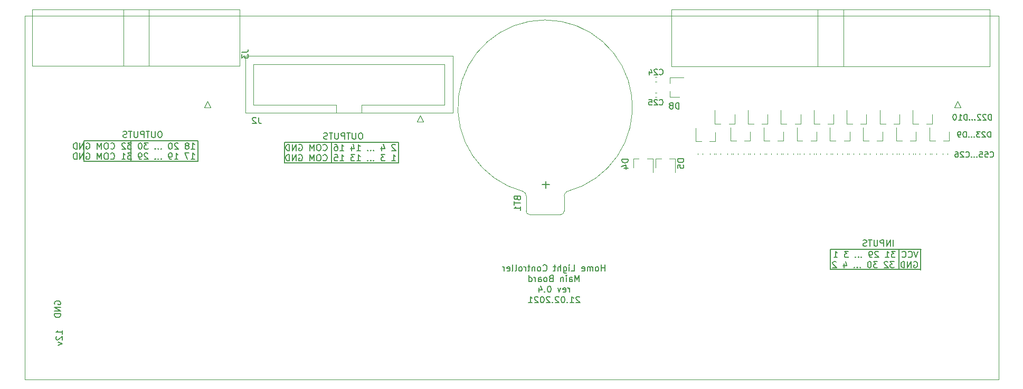
<source format=gbr>
%TF.GenerationSoftware,KiCad,Pcbnew,5.1.9-73d0e3b20d~88~ubuntu20.04.1*%
%TF.CreationDate,2021-03-03T11:33:07+04:00*%
%TF.ProjectId,main_board,6d61696e-5f62-46f6-9172-642e6b696361,rev?*%
%TF.SameCoordinates,Original*%
%TF.FileFunction,Legend,Bot*%
%TF.FilePolarity,Positive*%
%FSLAX46Y46*%
G04 Gerber Fmt 4.6, Leading zero omitted, Abs format (unit mm)*
G04 Created by KiCad (PCBNEW 5.1.9-73d0e3b20d~88~ubuntu20.04.1) date 2021-03-03 11:33:07*
%MOMM*%
%LPD*%
G01*
G04 APERTURE LIST*
%ADD10C,0.200000*%
%ADD11C,0.150000*%
%TA.AperFunction,Profile*%
%ADD12C,0.100000*%
%TD*%
%ADD13C,0.120000*%
G04 APERTURE END LIST*
D10*
X147252857Y-70592380D02*
X147252857Y-69592380D01*
X147252857Y-70068571D02*
X146681428Y-70068571D01*
X146681428Y-70592380D02*
X146681428Y-69592380D01*
X146062380Y-70592380D02*
X146157619Y-70544761D01*
X146205238Y-70497142D01*
X146252857Y-70401904D01*
X146252857Y-70116190D01*
X146205238Y-70020952D01*
X146157619Y-69973333D01*
X146062380Y-69925714D01*
X145919523Y-69925714D01*
X145824285Y-69973333D01*
X145776666Y-70020952D01*
X145729047Y-70116190D01*
X145729047Y-70401904D01*
X145776666Y-70497142D01*
X145824285Y-70544761D01*
X145919523Y-70592380D01*
X146062380Y-70592380D01*
X145300476Y-70592380D02*
X145300476Y-69925714D01*
X145300476Y-70020952D02*
X145252857Y-69973333D01*
X145157619Y-69925714D01*
X145014761Y-69925714D01*
X144919523Y-69973333D01*
X144871904Y-70068571D01*
X144871904Y-70592380D01*
X144871904Y-70068571D02*
X144824285Y-69973333D01*
X144729047Y-69925714D01*
X144586190Y-69925714D01*
X144490952Y-69973333D01*
X144443333Y-70068571D01*
X144443333Y-70592380D01*
X143586190Y-70544761D02*
X143681428Y-70592380D01*
X143871904Y-70592380D01*
X143967142Y-70544761D01*
X144014761Y-70449523D01*
X144014761Y-70068571D01*
X143967142Y-69973333D01*
X143871904Y-69925714D01*
X143681428Y-69925714D01*
X143586190Y-69973333D01*
X143538571Y-70068571D01*
X143538571Y-70163809D01*
X144014761Y-70259047D01*
X141871904Y-70592380D02*
X142348095Y-70592380D01*
X142348095Y-69592380D01*
X141538571Y-70592380D02*
X141538571Y-69925714D01*
X141538571Y-69592380D02*
X141586190Y-69640000D01*
X141538571Y-69687619D01*
X141490952Y-69640000D01*
X141538571Y-69592380D01*
X141538571Y-69687619D01*
X140633809Y-69925714D02*
X140633809Y-70735238D01*
X140681428Y-70830476D01*
X140729047Y-70878095D01*
X140824285Y-70925714D01*
X140967142Y-70925714D01*
X141062380Y-70878095D01*
X140633809Y-70544761D02*
X140729047Y-70592380D01*
X140919523Y-70592380D01*
X141014761Y-70544761D01*
X141062380Y-70497142D01*
X141110000Y-70401904D01*
X141110000Y-70116190D01*
X141062380Y-70020952D01*
X141014761Y-69973333D01*
X140919523Y-69925714D01*
X140729047Y-69925714D01*
X140633809Y-69973333D01*
X140157619Y-70592380D02*
X140157619Y-69592380D01*
X139729047Y-70592380D02*
X139729047Y-70068571D01*
X139776666Y-69973333D01*
X139871904Y-69925714D01*
X140014761Y-69925714D01*
X140110000Y-69973333D01*
X140157619Y-70020952D01*
X139395714Y-69925714D02*
X139014761Y-69925714D01*
X139252857Y-69592380D02*
X139252857Y-70449523D01*
X139205238Y-70544761D01*
X139110000Y-70592380D01*
X139014761Y-70592380D01*
X137348095Y-70497142D02*
X137395714Y-70544761D01*
X137538571Y-70592380D01*
X137633809Y-70592380D01*
X137776666Y-70544761D01*
X137871904Y-70449523D01*
X137919523Y-70354285D01*
X137967142Y-70163809D01*
X137967142Y-70020952D01*
X137919523Y-69830476D01*
X137871904Y-69735238D01*
X137776666Y-69640000D01*
X137633809Y-69592380D01*
X137538571Y-69592380D01*
X137395714Y-69640000D01*
X137348095Y-69687619D01*
X136776666Y-70592380D02*
X136871904Y-70544761D01*
X136919523Y-70497142D01*
X136967142Y-70401904D01*
X136967142Y-70116190D01*
X136919523Y-70020952D01*
X136871904Y-69973333D01*
X136776666Y-69925714D01*
X136633809Y-69925714D01*
X136538571Y-69973333D01*
X136490952Y-70020952D01*
X136443333Y-70116190D01*
X136443333Y-70401904D01*
X136490952Y-70497142D01*
X136538571Y-70544761D01*
X136633809Y-70592380D01*
X136776666Y-70592380D01*
X136014761Y-69925714D02*
X136014761Y-70592380D01*
X136014761Y-70020952D02*
X135967142Y-69973333D01*
X135871904Y-69925714D01*
X135729047Y-69925714D01*
X135633809Y-69973333D01*
X135586190Y-70068571D01*
X135586190Y-70592380D01*
X135252857Y-69925714D02*
X134871904Y-69925714D01*
X135110000Y-69592380D02*
X135110000Y-70449523D01*
X135062380Y-70544761D01*
X134967142Y-70592380D01*
X134871904Y-70592380D01*
X134538571Y-70592380D02*
X134538571Y-69925714D01*
X134538571Y-70116190D02*
X134490952Y-70020952D01*
X134443333Y-69973333D01*
X134348095Y-69925714D01*
X134252857Y-69925714D01*
X133776666Y-70592380D02*
X133871904Y-70544761D01*
X133919523Y-70497142D01*
X133967142Y-70401904D01*
X133967142Y-70116190D01*
X133919523Y-70020952D01*
X133871904Y-69973333D01*
X133776666Y-69925714D01*
X133633809Y-69925714D01*
X133538571Y-69973333D01*
X133490952Y-70020952D01*
X133443333Y-70116190D01*
X133443333Y-70401904D01*
X133490952Y-70497142D01*
X133538571Y-70544761D01*
X133633809Y-70592380D01*
X133776666Y-70592380D01*
X132871904Y-70592380D02*
X132967142Y-70544761D01*
X133014761Y-70449523D01*
X133014761Y-69592380D01*
X132348095Y-70592380D02*
X132443333Y-70544761D01*
X132490952Y-70449523D01*
X132490952Y-69592380D01*
X131586190Y-70544761D02*
X131681428Y-70592380D01*
X131871904Y-70592380D01*
X131967142Y-70544761D01*
X132014761Y-70449523D01*
X132014761Y-70068571D01*
X131967142Y-69973333D01*
X131871904Y-69925714D01*
X131681428Y-69925714D01*
X131586190Y-69973333D01*
X131538571Y-70068571D01*
X131538571Y-70163809D01*
X132014761Y-70259047D01*
X131110000Y-70592380D02*
X131110000Y-69925714D01*
X131110000Y-70116190D02*
X131062380Y-70020952D01*
X131014761Y-69973333D01*
X130919523Y-69925714D01*
X130824285Y-69925714D01*
X143133809Y-72292380D02*
X143133809Y-71292380D01*
X142800476Y-72006666D01*
X142467142Y-71292380D01*
X142467142Y-72292380D01*
X141562380Y-72292380D02*
X141562380Y-71768571D01*
X141610000Y-71673333D01*
X141705238Y-71625714D01*
X141895714Y-71625714D01*
X141990952Y-71673333D01*
X141562380Y-72244761D02*
X141657619Y-72292380D01*
X141895714Y-72292380D01*
X141990952Y-72244761D01*
X142038571Y-72149523D01*
X142038571Y-72054285D01*
X141990952Y-71959047D01*
X141895714Y-71911428D01*
X141657619Y-71911428D01*
X141562380Y-71863809D01*
X141086190Y-72292380D02*
X141086190Y-71625714D01*
X141086190Y-71292380D02*
X141133809Y-71340000D01*
X141086190Y-71387619D01*
X141038571Y-71340000D01*
X141086190Y-71292380D01*
X141086190Y-71387619D01*
X140610000Y-71625714D02*
X140610000Y-72292380D01*
X140610000Y-71720952D02*
X140562380Y-71673333D01*
X140467142Y-71625714D01*
X140324285Y-71625714D01*
X140229047Y-71673333D01*
X140181428Y-71768571D01*
X140181428Y-72292380D01*
X138610000Y-71768571D02*
X138467142Y-71816190D01*
X138419523Y-71863809D01*
X138371904Y-71959047D01*
X138371904Y-72101904D01*
X138419523Y-72197142D01*
X138467142Y-72244761D01*
X138562380Y-72292380D01*
X138943333Y-72292380D01*
X138943333Y-71292380D01*
X138610000Y-71292380D01*
X138514761Y-71340000D01*
X138467142Y-71387619D01*
X138419523Y-71482857D01*
X138419523Y-71578095D01*
X138467142Y-71673333D01*
X138514761Y-71720952D01*
X138610000Y-71768571D01*
X138943333Y-71768571D01*
X137800476Y-72292380D02*
X137895714Y-72244761D01*
X137943333Y-72197142D01*
X137990952Y-72101904D01*
X137990952Y-71816190D01*
X137943333Y-71720952D01*
X137895714Y-71673333D01*
X137800476Y-71625714D01*
X137657619Y-71625714D01*
X137562380Y-71673333D01*
X137514761Y-71720952D01*
X137467142Y-71816190D01*
X137467142Y-72101904D01*
X137514761Y-72197142D01*
X137562380Y-72244761D01*
X137657619Y-72292380D01*
X137800476Y-72292380D01*
X136610000Y-72292380D02*
X136610000Y-71768571D01*
X136657619Y-71673333D01*
X136752857Y-71625714D01*
X136943333Y-71625714D01*
X137038571Y-71673333D01*
X136610000Y-72244761D02*
X136705238Y-72292380D01*
X136943333Y-72292380D01*
X137038571Y-72244761D01*
X137086190Y-72149523D01*
X137086190Y-72054285D01*
X137038571Y-71959047D01*
X136943333Y-71911428D01*
X136705238Y-71911428D01*
X136610000Y-71863809D01*
X136133809Y-72292380D02*
X136133809Y-71625714D01*
X136133809Y-71816190D02*
X136086190Y-71720952D01*
X136038571Y-71673333D01*
X135943333Y-71625714D01*
X135848095Y-71625714D01*
X135086190Y-72292380D02*
X135086190Y-71292380D01*
X135086190Y-72244761D02*
X135181428Y-72292380D01*
X135371904Y-72292380D01*
X135467142Y-72244761D01*
X135514761Y-72197142D01*
X135562380Y-72101904D01*
X135562380Y-71816190D01*
X135514761Y-71720952D01*
X135467142Y-71673333D01*
X135371904Y-71625714D01*
X135181428Y-71625714D01*
X135086190Y-71673333D01*
X141562380Y-73992380D02*
X141562380Y-73325714D01*
X141562380Y-73516190D02*
X141514761Y-73420952D01*
X141467142Y-73373333D01*
X141371904Y-73325714D01*
X141276666Y-73325714D01*
X140562380Y-73944761D02*
X140657619Y-73992380D01*
X140848095Y-73992380D01*
X140943333Y-73944761D01*
X140990952Y-73849523D01*
X140990952Y-73468571D01*
X140943333Y-73373333D01*
X140848095Y-73325714D01*
X140657619Y-73325714D01*
X140562380Y-73373333D01*
X140514761Y-73468571D01*
X140514761Y-73563809D01*
X140990952Y-73659047D01*
X140181428Y-73325714D02*
X139943333Y-73992380D01*
X139705238Y-73325714D01*
X138371904Y-72992380D02*
X138276666Y-72992380D01*
X138181428Y-73040000D01*
X138133809Y-73087619D01*
X138086190Y-73182857D01*
X138038571Y-73373333D01*
X138038571Y-73611428D01*
X138086190Y-73801904D01*
X138133809Y-73897142D01*
X138181428Y-73944761D01*
X138276666Y-73992380D01*
X138371904Y-73992380D01*
X138467142Y-73944761D01*
X138514761Y-73897142D01*
X138562380Y-73801904D01*
X138610000Y-73611428D01*
X138610000Y-73373333D01*
X138562380Y-73182857D01*
X138514761Y-73087619D01*
X138467142Y-73040000D01*
X138371904Y-72992380D01*
X137610000Y-73897142D02*
X137562380Y-73944761D01*
X137610000Y-73992380D01*
X137657619Y-73944761D01*
X137610000Y-73897142D01*
X137610000Y-73992380D01*
X136705238Y-73325714D02*
X136705238Y-73992380D01*
X136943333Y-72944761D02*
X137181428Y-73659047D01*
X136562380Y-73659047D01*
X143205238Y-74787619D02*
X143157619Y-74740000D01*
X143062380Y-74692380D01*
X142824285Y-74692380D01*
X142729047Y-74740000D01*
X142681428Y-74787619D01*
X142633809Y-74882857D01*
X142633809Y-74978095D01*
X142681428Y-75120952D01*
X143252857Y-75692380D01*
X142633809Y-75692380D01*
X141681428Y-75692380D02*
X142252857Y-75692380D01*
X141967142Y-75692380D02*
X141967142Y-74692380D01*
X142062380Y-74835238D01*
X142157619Y-74930476D01*
X142252857Y-74978095D01*
X141252857Y-75597142D02*
X141205238Y-75644761D01*
X141252857Y-75692380D01*
X141300476Y-75644761D01*
X141252857Y-75597142D01*
X141252857Y-75692380D01*
X140586190Y-74692380D02*
X140490952Y-74692380D01*
X140395714Y-74740000D01*
X140348095Y-74787619D01*
X140300476Y-74882857D01*
X140252857Y-75073333D01*
X140252857Y-75311428D01*
X140300476Y-75501904D01*
X140348095Y-75597142D01*
X140395714Y-75644761D01*
X140490952Y-75692380D01*
X140586190Y-75692380D01*
X140681428Y-75644761D01*
X140729047Y-75597142D01*
X140776666Y-75501904D01*
X140824285Y-75311428D01*
X140824285Y-75073333D01*
X140776666Y-74882857D01*
X140729047Y-74787619D01*
X140681428Y-74740000D01*
X140586190Y-74692380D01*
X139871904Y-74787619D02*
X139824285Y-74740000D01*
X139729047Y-74692380D01*
X139490952Y-74692380D01*
X139395714Y-74740000D01*
X139348095Y-74787619D01*
X139300476Y-74882857D01*
X139300476Y-74978095D01*
X139348095Y-75120952D01*
X139919523Y-75692380D01*
X139300476Y-75692380D01*
X138871904Y-75597142D02*
X138824285Y-75644761D01*
X138871904Y-75692380D01*
X138919523Y-75644761D01*
X138871904Y-75597142D01*
X138871904Y-75692380D01*
X138443333Y-74787619D02*
X138395714Y-74740000D01*
X138300476Y-74692380D01*
X138062380Y-74692380D01*
X137967142Y-74740000D01*
X137919523Y-74787619D01*
X137871904Y-74882857D01*
X137871904Y-74978095D01*
X137919523Y-75120952D01*
X138490952Y-75692380D01*
X137871904Y-75692380D01*
X137252857Y-74692380D02*
X137157619Y-74692380D01*
X137062380Y-74740000D01*
X137014761Y-74787619D01*
X136967142Y-74882857D01*
X136919523Y-75073333D01*
X136919523Y-75311428D01*
X136967142Y-75501904D01*
X137014761Y-75597142D01*
X137062380Y-75644761D01*
X137157619Y-75692380D01*
X137252857Y-75692380D01*
X137348095Y-75644761D01*
X137395714Y-75597142D01*
X137443333Y-75501904D01*
X137490952Y-75311428D01*
X137490952Y-75073333D01*
X137443333Y-74882857D01*
X137395714Y-74787619D01*
X137348095Y-74740000D01*
X137252857Y-74692380D01*
X136538571Y-74787619D02*
X136490952Y-74740000D01*
X136395714Y-74692380D01*
X136157619Y-74692380D01*
X136062380Y-74740000D01*
X136014761Y-74787619D01*
X135967142Y-74882857D01*
X135967142Y-74978095D01*
X136014761Y-75120952D01*
X136586190Y-75692380D01*
X135967142Y-75692380D01*
X135014761Y-75692380D02*
X135586190Y-75692380D01*
X135300476Y-75692380D02*
X135300476Y-74692380D01*
X135395714Y-74835238D01*
X135490952Y-74930476D01*
X135586190Y-74978095D01*
D11*
X82010000Y-49680000D02*
X67450000Y-49680000D01*
X82000000Y-49680000D02*
X82000000Y-52970000D01*
X67450000Y-52950000D02*
X81980000Y-52950000D01*
X71220000Y-49680000D02*
X71220000Y-52950000D01*
X67430000Y-49680000D02*
X63730000Y-49680000D01*
X76000952Y-48142380D02*
X75810476Y-48142380D01*
X75715238Y-48190000D01*
X75620000Y-48285238D01*
X75572380Y-48475714D01*
X75572380Y-48809047D01*
X75620000Y-48999523D01*
X75715238Y-49094761D01*
X75810476Y-49142380D01*
X76000952Y-49142380D01*
X76096190Y-49094761D01*
X76191428Y-48999523D01*
X76239047Y-48809047D01*
X76239047Y-48475714D01*
X76191428Y-48285238D01*
X76096190Y-48190000D01*
X76000952Y-48142380D01*
X75143809Y-48142380D02*
X75143809Y-48951904D01*
X75096190Y-49047142D01*
X75048571Y-49094761D01*
X74953333Y-49142380D01*
X74762857Y-49142380D01*
X74667619Y-49094761D01*
X74620000Y-49047142D01*
X74572380Y-48951904D01*
X74572380Y-48142380D01*
X74239047Y-48142380D02*
X73667619Y-48142380D01*
X73953333Y-49142380D02*
X73953333Y-48142380D01*
X73334285Y-49142380D02*
X73334285Y-48142380D01*
X72953333Y-48142380D01*
X72858095Y-48190000D01*
X72810476Y-48237619D01*
X72762857Y-48332857D01*
X72762857Y-48475714D01*
X72810476Y-48570952D01*
X72858095Y-48618571D01*
X72953333Y-48666190D01*
X73334285Y-48666190D01*
X72334285Y-48142380D02*
X72334285Y-48951904D01*
X72286666Y-49047142D01*
X72239047Y-49094761D01*
X72143809Y-49142380D01*
X71953333Y-49142380D01*
X71858095Y-49094761D01*
X71810476Y-49047142D01*
X71762857Y-48951904D01*
X71762857Y-48142380D01*
X71429523Y-48142380D02*
X70858095Y-48142380D01*
X71143809Y-49142380D02*
X71143809Y-48142380D01*
X70572380Y-49094761D02*
X70429523Y-49142380D01*
X70191428Y-49142380D01*
X70096190Y-49094761D01*
X70048571Y-49047142D01*
X70000952Y-48951904D01*
X70000952Y-48856666D01*
X70048571Y-48761428D01*
X70096190Y-48713809D01*
X70191428Y-48666190D01*
X70381904Y-48618571D01*
X70477142Y-48570952D01*
X70524761Y-48523333D01*
X70572380Y-48428095D01*
X70572380Y-48332857D01*
X70524761Y-48237619D01*
X70477142Y-48190000D01*
X70381904Y-48142380D01*
X70143809Y-48142380D01*
X70000952Y-48190000D01*
X63730000Y-49680000D02*
X63730000Y-52950000D01*
X63730000Y-52950000D02*
X67550000Y-52950000D01*
X80900595Y-50997380D02*
X81472023Y-50997380D01*
X81186309Y-50997380D02*
X81186309Y-49997380D01*
X81281547Y-50140238D01*
X81376785Y-50235476D01*
X81472023Y-50283095D01*
X80329166Y-50425952D02*
X80424404Y-50378333D01*
X80472023Y-50330714D01*
X80519642Y-50235476D01*
X80519642Y-50187857D01*
X80472023Y-50092619D01*
X80424404Y-50045000D01*
X80329166Y-49997380D01*
X80138690Y-49997380D01*
X80043452Y-50045000D01*
X79995833Y-50092619D01*
X79948214Y-50187857D01*
X79948214Y-50235476D01*
X79995833Y-50330714D01*
X80043452Y-50378333D01*
X80138690Y-50425952D01*
X80329166Y-50425952D01*
X80424404Y-50473571D01*
X80472023Y-50521190D01*
X80519642Y-50616428D01*
X80519642Y-50806904D01*
X80472023Y-50902142D01*
X80424404Y-50949761D01*
X80329166Y-50997380D01*
X80138690Y-50997380D01*
X80043452Y-50949761D01*
X79995833Y-50902142D01*
X79948214Y-50806904D01*
X79948214Y-50616428D01*
X79995833Y-50521190D01*
X80043452Y-50473571D01*
X80138690Y-50425952D01*
X78805357Y-50092619D02*
X78757738Y-50045000D01*
X78662500Y-49997380D01*
X78424404Y-49997380D01*
X78329166Y-50045000D01*
X78281547Y-50092619D01*
X78233928Y-50187857D01*
X78233928Y-50283095D01*
X78281547Y-50425952D01*
X78852976Y-50997380D01*
X78233928Y-50997380D01*
X77614880Y-49997380D02*
X77519642Y-49997380D01*
X77424404Y-50045000D01*
X77376785Y-50092619D01*
X77329166Y-50187857D01*
X77281547Y-50378333D01*
X77281547Y-50616428D01*
X77329166Y-50806904D01*
X77376785Y-50902142D01*
X77424404Y-50949761D01*
X77519642Y-50997380D01*
X77614880Y-50997380D01*
X77710119Y-50949761D01*
X77757738Y-50902142D01*
X77805357Y-50806904D01*
X77852976Y-50616428D01*
X77852976Y-50378333D01*
X77805357Y-50187857D01*
X77757738Y-50092619D01*
X77710119Y-50045000D01*
X77614880Y-49997380D01*
X76091071Y-50902142D02*
X76043452Y-50949761D01*
X76091071Y-50997380D01*
X76138690Y-50949761D01*
X76091071Y-50902142D01*
X76091071Y-50997380D01*
X75614880Y-50902142D02*
X75567261Y-50949761D01*
X75614880Y-50997380D01*
X75662500Y-50949761D01*
X75614880Y-50902142D01*
X75614880Y-50997380D01*
X75138690Y-50902142D02*
X75091071Y-50949761D01*
X75138690Y-50997380D01*
X75186309Y-50949761D01*
X75138690Y-50902142D01*
X75138690Y-50997380D01*
X73995833Y-49997380D02*
X73376785Y-49997380D01*
X73710119Y-50378333D01*
X73567261Y-50378333D01*
X73472023Y-50425952D01*
X73424404Y-50473571D01*
X73376785Y-50568809D01*
X73376785Y-50806904D01*
X73424404Y-50902142D01*
X73472023Y-50949761D01*
X73567261Y-50997380D01*
X73852976Y-50997380D01*
X73948214Y-50949761D01*
X73995833Y-50902142D01*
X72757738Y-49997380D02*
X72662500Y-49997380D01*
X72567261Y-50045000D01*
X72519642Y-50092619D01*
X72472023Y-50187857D01*
X72424404Y-50378333D01*
X72424404Y-50616428D01*
X72472023Y-50806904D01*
X72519642Y-50902142D01*
X72567261Y-50949761D01*
X72662500Y-50997380D01*
X72757738Y-50997380D01*
X72852976Y-50949761D01*
X72900595Y-50902142D01*
X72948214Y-50806904D01*
X72995833Y-50616428D01*
X72995833Y-50378333D01*
X72948214Y-50187857D01*
X72900595Y-50092619D01*
X72852976Y-50045000D01*
X72757738Y-49997380D01*
X71329166Y-49997380D02*
X70710119Y-49997380D01*
X71043452Y-50378333D01*
X70900595Y-50378333D01*
X70805357Y-50425952D01*
X70757738Y-50473571D01*
X70710119Y-50568809D01*
X70710119Y-50806904D01*
X70757738Y-50902142D01*
X70805357Y-50949761D01*
X70900595Y-50997380D01*
X71186309Y-50997380D01*
X71281547Y-50949761D01*
X71329166Y-50902142D01*
X70329166Y-50092619D02*
X70281547Y-50045000D01*
X70186309Y-49997380D01*
X69948214Y-49997380D01*
X69852976Y-50045000D01*
X69805357Y-50092619D01*
X69757738Y-50187857D01*
X69757738Y-50283095D01*
X69805357Y-50425952D01*
X70376785Y-50997380D01*
X69757738Y-50997380D01*
X67995833Y-50902142D02*
X68043452Y-50949761D01*
X68186309Y-50997380D01*
X68281547Y-50997380D01*
X68424404Y-50949761D01*
X68519642Y-50854523D01*
X68567261Y-50759285D01*
X68614880Y-50568809D01*
X68614880Y-50425952D01*
X68567261Y-50235476D01*
X68519642Y-50140238D01*
X68424404Y-50045000D01*
X68281547Y-49997380D01*
X68186309Y-49997380D01*
X68043452Y-50045000D01*
X67995833Y-50092619D01*
X67376785Y-49997380D02*
X67186309Y-49997380D01*
X67091071Y-50045000D01*
X66995833Y-50140238D01*
X66948214Y-50330714D01*
X66948214Y-50664047D01*
X66995833Y-50854523D01*
X67091071Y-50949761D01*
X67186309Y-50997380D01*
X67376785Y-50997380D01*
X67472023Y-50949761D01*
X67567261Y-50854523D01*
X67614880Y-50664047D01*
X67614880Y-50330714D01*
X67567261Y-50140238D01*
X67472023Y-50045000D01*
X67376785Y-49997380D01*
X66519642Y-50997380D02*
X66519642Y-49997380D01*
X66186309Y-50711666D01*
X65852976Y-49997380D01*
X65852976Y-50997380D01*
X64091071Y-50045000D02*
X64186309Y-49997380D01*
X64329166Y-49997380D01*
X64472023Y-50045000D01*
X64567261Y-50140238D01*
X64614880Y-50235476D01*
X64662500Y-50425952D01*
X64662500Y-50568809D01*
X64614880Y-50759285D01*
X64567261Y-50854523D01*
X64472023Y-50949761D01*
X64329166Y-50997380D01*
X64233928Y-50997380D01*
X64091071Y-50949761D01*
X64043452Y-50902142D01*
X64043452Y-50568809D01*
X64233928Y-50568809D01*
X63614880Y-50997380D02*
X63614880Y-49997380D01*
X63043452Y-50997380D01*
X63043452Y-49997380D01*
X62567261Y-50997380D02*
X62567261Y-49997380D01*
X62329166Y-49997380D01*
X62186309Y-50045000D01*
X62091071Y-50140238D01*
X62043452Y-50235476D01*
X61995833Y-50425952D01*
X61995833Y-50568809D01*
X62043452Y-50759285D01*
X62091071Y-50854523D01*
X62186309Y-50949761D01*
X62329166Y-50997380D01*
X62567261Y-50997380D01*
X80900595Y-52647380D02*
X81472023Y-52647380D01*
X81186309Y-52647380D02*
X81186309Y-51647380D01*
X81281547Y-51790238D01*
X81376785Y-51885476D01*
X81472023Y-51933095D01*
X80567261Y-51647380D02*
X79900595Y-51647380D01*
X80329166Y-52647380D01*
X78233928Y-52647380D02*
X78805357Y-52647380D01*
X78519642Y-52647380D02*
X78519642Y-51647380D01*
X78614880Y-51790238D01*
X78710119Y-51885476D01*
X78805357Y-51933095D01*
X77757738Y-52647380D02*
X77567261Y-52647380D01*
X77472023Y-52599761D01*
X77424404Y-52552142D01*
X77329166Y-52409285D01*
X77281547Y-52218809D01*
X77281547Y-51837857D01*
X77329166Y-51742619D01*
X77376785Y-51695000D01*
X77472023Y-51647380D01*
X77662500Y-51647380D01*
X77757738Y-51695000D01*
X77805357Y-51742619D01*
X77852976Y-51837857D01*
X77852976Y-52075952D01*
X77805357Y-52171190D01*
X77757738Y-52218809D01*
X77662500Y-52266428D01*
X77472023Y-52266428D01*
X77376785Y-52218809D01*
X77329166Y-52171190D01*
X77281547Y-52075952D01*
X76091071Y-52552142D02*
X76043452Y-52599761D01*
X76091071Y-52647380D01*
X76138690Y-52599761D01*
X76091071Y-52552142D01*
X76091071Y-52647380D01*
X75614880Y-52552142D02*
X75567261Y-52599761D01*
X75614880Y-52647380D01*
X75662500Y-52599761D01*
X75614880Y-52552142D01*
X75614880Y-52647380D01*
X75138690Y-52552142D02*
X75091071Y-52599761D01*
X75138690Y-52647380D01*
X75186309Y-52599761D01*
X75138690Y-52552142D01*
X75138690Y-52647380D01*
X73948214Y-51742619D02*
X73900595Y-51695000D01*
X73805357Y-51647380D01*
X73567261Y-51647380D01*
X73472023Y-51695000D01*
X73424404Y-51742619D01*
X73376785Y-51837857D01*
X73376785Y-51933095D01*
X73424404Y-52075952D01*
X73995833Y-52647380D01*
X73376785Y-52647380D01*
X72900595Y-52647380D02*
X72710119Y-52647380D01*
X72614880Y-52599761D01*
X72567261Y-52552142D01*
X72472023Y-52409285D01*
X72424404Y-52218809D01*
X72424404Y-51837857D01*
X72472023Y-51742619D01*
X72519642Y-51695000D01*
X72614880Y-51647380D01*
X72805357Y-51647380D01*
X72900595Y-51695000D01*
X72948214Y-51742619D01*
X72995833Y-51837857D01*
X72995833Y-52075952D01*
X72948214Y-52171190D01*
X72900595Y-52218809D01*
X72805357Y-52266428D01*
X72614880Y-52266428D01*
X72519642Y-52218809D01*
X72472023Y-52171190D01*
X72424404Y-52075952D01*
X71329166Y-51647380D02*
X70710119Y-51647380D01*
X71043452Y-52028333D01*
X70900595Y-52028333D01*
X70805357Y-52075952D01*
X70757738Y-52123571D01*
X70710119Y-52218809D01*
X70710119Y-52456904D01*
X70757738Y-52552142D01*
X70805357Y-52599761D01*
X70900595Y-52647380D01*
X71186309Y-52647380D01*
X71281547Y-52599761D01*
X71329166Y-52552142D01*
X69757738Y-52647380D02*
X70329166Y-52647380D01*
X70043452Y-52647380D02*
X70043452Y-51647380D01*
X70138690Y-51790238D01*
X70233928Y-51885476D01*
X70329166Y-51933095D01*
X67995833Y-52552142D02*
X68043452Y-52599761D01*
X68186309Y-52647380D01*
X68281547Y-52647380D01*
X68424404Y-52599761D01*
X68519642Y-52504523D01*
X68567261Y-52409285D01*
X68614880Y-52218809D01*
X68614880Y-52075952D01*
X68567261Y-51885476D01*
X68519642Y-51790238D01*
X68424404Y-51695000D01*
X68281547Y-51647380D01*
X68186309Y-51647380D01*
X68043452Y-51695000D01*
X67995833Y-51742619D01*
X67376785Y-51647380D02*
X67186309Y-51647380D01*
X67091071Y-51695000D01*
X66995833Y-51790238D01*
X66948214Y-51980714D01*
X66948214Y-52314047D01*
X66995833Y-52504523D01*
X67091071Y-52599761D01*
X67186309Y-52647380D01*
X67376785Y-52647380D01*
X67472023Y-52599761D01*
X67567261Y-52504523D01*
X67614880Y-52314047D01*
X67614880Y-51980714D01*
X67567261Y-51790238D01*
X67472023Y-51695000D01*
X67376785Y-51647380D01*
X66519642Y-52647380D02*
X66519642Y-51647380D01*
X66186309Y-52361666D01*
X65852976Y-51647380D01*
X65852976Y-52647380D01*
X64091071Y-51695000D02*
X64186309Y-51647380D01*
X64329166Y-51647380D01*
X64472023Y-51695000D01*
X64567261Y-51790238D01*
X64614880Y-51885476D01*
X64662500Y-52075952D01*
X64662500Y-52218809D01*
X64614880Y-52409285D01*
X64567261Y-52504523D01*
X64472023Y-52599761D01*
X64329166Y-52647380D01*
X64233928Y-52647380D01*
X64091071Y-52599761D01*
X64043452Y-52552142D01*
X64043452Y-52218809D01*
X64233928Y-52218809D01*
X63614880Y-52647380D02*
X63614880Y-51647380D01*
X63043452Y-52647380D01*
X63043452Y-51647380D01*
X62567261Y-52647380D02*
X62567261Y-51647380D01*
X62329166Y-51647380D01*
X62186309Y-51695000D01*
X62091071Y-51790238D01*
X62043452Y-51885476D01*
X61995833Y-52075952D01*
X61995833Y-52218809D01*
X62043452Y-52409285D01*
X62091071Y-52504523D01*
X62186309Y-52599761D01*
X62329166Y-52647380D01*
X62567261Y-52647380D01*
X95910000Y-53200000D02*
X99730000Y-53200000D01*
X95910000Y-49930000D02*
X95910000Y-53200000D01*
X99610000Y-49930000D02*
X95910000Y-49930000D01*
X114180000Y-49930000D02*
X114180000Y-53220000D01*
X99630000Y-53200000D02*
X114160000Y-53200000D01*
X103400000Y-49930000D02*
X103400000Y-53200000D01*
X113652023Y-50342619D02*
X113604404Y-50295000D01*
X113509166Y-50247380D01*
X113271071Y-50247380D01*
X113175833Y-50295000D01*
X113128214Y-50342619D01*
X113080595Y-50437857D01*
X113080595Y-50533095D01*
X113128214Y-50675952D01*
X113699642Y-51247380D01*
X113080595Y-51247380D01*
X111461547Y-50580714D02*
X111461547Y-51247380D01*
X111699642Y-50199761D02*
X111937738Y-50914047D01*
X111318690Y-50914047D01*
X110175833Y-51152142D02*
X110128214Y-51199761D01*
X110175833Y-51247380D01*
X110223452Y-51199761D01*
X110175833Y-51152142D01*
X110175833Y-51247380D01*
X109699642Y-51152142D02*
X109652023Y-51199761D01*
X109699642Y-51247380D01*
X109747261Y-51199761D01*
X109699642Y-51152142D01*
X109699642Y-51247380D01*
X109223452Y-51152142D02*
X109175833Y-51199761D01*
X109223452Y-51247380D01*
X109271071Y-51199761D01*
X109223452Y-51152142D01*
X109223452Y-51247380D01*
X107461547Y-51247380D02*
X108032976Y-51247380D01*
X107747261Y-51247380D02*
X107747261Y-50247380D01*
X107842500Y-50390238D01*
X107937738Y-50485476D01*
X108032976Y-50533095D01*
X106604404Y-50580714D02*
X106604404Y-51247380D01*
X106842500Y-50199761D02*
X107080595Y-50914047D01*
X106461547Y-50914047D01*
X104794880Y-51247380D02*
X105366309Y-51247380D01*
X105080595Y-51247380D02*
X105080595Y-50247380D01*
X105175833Y-50390238D01*
X105271071Y-50485476D01*
X105366309Y-50533095D01*
X103937738Y-50247380D02*
X104128214Y-50247380D01*
X104223452Y-50295000D01*
X104271071Y-50342619D01*
X104366309Y-50485476D01*
X104413928Y-50675952D01*
X104413928Y-51056904D01*
X104366309Y-51152142D01*
X104318690Y-51199761D01*
X104223452Y-51247380D01*
X104032976Y-51247380D01*
X103937738Y-51199761D01*
X103890119Y-51152142D01*
X103842500Y-51056904D01*
X103842500Y-50818809D01*
X103890119Y-50723571D01*
X103937738Y-50675952D01*
X104032976Y-50628333D01*
X104223452Y-50628333D01*
X104318690Y-50675952D01*
X104366309Y-50723571D01*
X104413928Y-50818809D01*
X102080595Y-51152142D02*
X102128214Y-51199761D01*
X102271071Y-51247380D01*
X102366309Y-51247380D01*
X102509166Y-51199761D01*
X102604404Y-51104523D01*
X102652023Y-51009285D01*
X102699642Y-50818809D01*
X102699642Y-50675952D01*
X102652023Y-50485476D01*
X102604404Y-50390238D01*
X102509166Y-50295000D01*
X102366309Y-50247380D01*
X102271071Y-50247380D01*
X102128214Y-50295000D01*
X102080595Y-50342619D01*
X101461547Y-50247380D02*
X101271071Y-50247380D01*
X101175833Y-50295000D01*
X101080595Y-50390238D01*
X101032976Y-50580714D01*
X101032976Y-50914047D01*
X101080595Y-51104523D01*
X101175833Y-51199761D01*
X101271071Y-51247380D01*
X101461547Y-51247380D01*
X101556785Y-51199761D01*
X101652023Y-51104523D01*
X101699642Y-50914047D01*
X101699642Y-50580714D01*
X101652023Y-50390238D01*
X101556785Y-50295000D01*
X101461547Y-50247380D01*
X100604404Y-51247380D02*
X100604404Y-50247380D01*
X100271071Y-50961666D01*
X99937738Y-50247380D01*
X99937738Y-51247380D01*
X98175833Y-50295000D02*
X98271071Y-50247380D01*
X98413928Y-50247380D01*
X98556785Y-50295000D01*
X98652023Y-50390238D01*
X98699642Y-50485476D01*
X98747261Y-50675952D01*
X98747261Y-50818809D01*
X98699642Y-51009285D01*
X98652023Y-51104523D01*
X98556785Y-51199761D01*
X98413928Y-51247380D01*
X98318690Y-51247380D01*
X98175833Y-51199761D01*
X98128214Y-51152142D01*
X98128214Y-50818809D01*
X98318690Y-50818809D01*
X97699642Y-51247380D02*
X97699642Y-50247380D01*
X97128214Y-51247380D01*
X97128214Y-50247380D01*
X96652023Y-51247380D02*
X96652023Y-50247380D01*
X96413928Y-50247380D01*
X96271071Y-50295000D01*
X96175833Y-50390238D01*
X96128214Y-50485476D01*
X96080595Y-50675952D01*
X96080595Y-50818809D01*
X96128214Y-51009285D01*
X96175833Y-51104523D01*
X96271071Y-51199761D01*
X96413928Y-51247380D01*
X96652023Y-51247380D01*
X113080595Y-52897380D02*
X113652023Y-52897380D01*
X113366309Y-52897380D02*
X113366309Y-51897380D01*
X113461547Y-52040238D01*
X113556785Y-52135476D01*
X113652023Y-52183095D01*
X111985357Y-51897380D02*
X111366309Y-51897380D01*
X111699642Y-52278333D01*
X111556785Y-52278333D01*
X111461547Y-52325952D01*
X111413928Y-52373571D01*
X111366309Y-52468809D01*
X111366309Y-52706904D01*
X111413928Y-52802142D01*
X111461547Y-52849761D01*
X111556785Y-52897380D01*
X111842500Y-52897380D01*
X111937738Y-52849761D01*
X111985357Y-52802142D01*
X110175833Y-52802142D02*
X110128214Y-52849761D01*
X110175833Y-52897380D01*
X110223452Y-52849761D01*
X110175833Y-52802142D01*
X110175833Y-52897380D01*
X109699642Y-52802142D02*
X109652023Y-52849761D01*
X109699642Y-52897380D01*
X109747261Y-52849761D01*
X109699642Y-52802142D01*
X109699642Y-52897380D01*
X109223452Y-52802142D02*
X109175833Y-52849761D01*
X109223452Y-52897380D01*
X109271071Y-52849761D01*
X109223452Y-52802142D01*
X109223452Y-52897380D01*
X107461547Y-52897380D02*
X108032976Y-52897380D01*
X107747261Y-52897380D02*
X107747261Y-51897380D01*
X107842500Y-52040238D01*
X107937738Y-52135476D01*
X108032976Y-52183095D01*
X107128214Y-51897380D02*
X106509166Y-51897380D01*
X106842500Y-52278333D01*
X106699642Y-52278333D01*
X106604404Y-52325952D01*
X106556785Y-52373571D01*
X106509166Y-52468809D01*
X106509166Y-52706904D01*
X106556785Y-52802142D01*
X106604404Y-52849761D01*
X106699642Y-52897380D01*
X106985357Y-52897380D01*
X107080595Y-52849761D01*
X107128214Y-52802142D01*
X104794880Y-52897380D02*
X105366309Y-52897380D01*
X105080595Y-52897380D02*
X105080595Y-51897380D01*
X105175833Y-52040238D01*
X105271071Y-52135476D01*
X105366309Y-52183095D01*
X103890119Y-51897380D02*
X104366309Y-51897380D01*
X104413928Y-52373571D01*
X104366309Y-52325952D01*
X104271071Y-52278333D01*
X104032976Y-52278333D01*
X103937738Y-52325952D01*
X103890119Y-52373571D01*
X103842500Y-52468809D01*
X103842500Y-52706904D01*
X103890119Y-52802142D01*
X103937738Y-52849761D01*
X104032976Y-52897380D01*
X104271071Y-52897380D01*
X104366309Y-52849761D01*
X104413928Y-52802142D01*
X102080595Y-52802142D02*
X102128214Y-52849761D01*
X102271071Y-52897380D01*
X102366309Y-52897380D01*
X102509166Y-52849761D01*
X102604404Y-52754523D01*
X102652023Y-52659285D01*
X102699642Y-52468809D01*
X102699642Y-52325952D01*
X102652023Y-52135476D01*
X102604404Y-52040238D01*
X102509166Y-51945000D01*
X102366309Y-51897380D01*
X102271071Y-51897380D01*
X102128214Y-51945000D01*
X102080595Y-51992619D01*
X101461547Y-51897380D02*
X101271071Y-51897380D01*
X101175833Y-51945000D01*
X101080595Y-52040238D01*
X101032976Y-52230714D01*
X101032976Y-52564047D01*
X101080595Y-52754523D01*
X101175833Y-52849761D01*
X101271071Y-52897380D01*
X101461547Y-52897380D01*
X101556785Y-52849761D01*
X101652023Y-52754523D01*
X101699642Y-52564047D01*
X101699642Y-52230714D01*
X101652023Y-52040238D01*
X101556785Y-51945000D01*
X101461547Y-51897380D01*
X100604404Y-52897380D02*
X100604404Y-51897380D01*
X100271071Y-52611666D01*
X99937738Y-51897380D01*
X99937738Y-52897380D01*
X98175833Y-51945000D02*
X98271071Y-51897380D01*
X98413928Y-51897380D01*
X98556785Y-51945000D01*
X98652023Y-52040238D01*
X98699642Y-52135476D01*
X98747261Y-52325952D01*
X98747261Y-52468809D01*
X98699642Y-52659285D01*
X98652023Y-52754523D01*
X98556785Y-52849761D01*
X98413928Y-52897380D01*
X98318690Y-52897380D01*
X98175833Y-52849761D01*
X98128214Y-52802142D01*
X98128214Y-52468809D01*
X98318690Y-52468809D01*
X97699642Y-52897380D02*
X97699642Y-51897380D01*
X97128214Y-52897380D01*
X97128214Y-51897380D01*
X96652023Y-52897380D02*
X96652023Y-51897380D01*
X96413928Y-51897380D01*
X96271071Y-51945000D01*
X96175833Y-52040238D01*
X96128214Y-52135476D01*
X96080595Y-52325952D01*
X96080595Y-52468809D01*
X96128214Y-52659285D01*
X96175833Y-52754523D01*
X96271071Y-52849761D01*
X96413928Y-52897380D01*
X96652023Y-52897380D01*
X114190000Y-49930000D02*
X99630000Y-49930000D01*
X108180952Y-48392380D02*
X107990476Y-48392380D01*
X107895238Y-48440000D01*
X107800000Y-48535238D01*
X107752380Y-48725714D01*
X107752380Y-49059047D01*
X107800000Y-49249523D01*
X107895238Y-49344761D01*
X107990476Y-49392380D01*
X108180952Y-49392380D01*
X108276190Y-49344761D01*
X108371428Y-49249523D01*
X108419047Y-49059047D01*
X108419047Y-48725714D01*
X108371428Y-48535238D01*
X108276190Y-48440000D01*
X108180952Y-48392380D01*
X107323809Y-48392380D02*
X107323809Y-49201904D01*
X107276190Y-49297142D01*
X107228571Y-49344761D01*
X107133333Y-49392380D01*
X106942857Y-49392380D01*
X106847619Y-49344761D01*
X106800000Y-49297142D01*
X106752380Y-49201904D01*
X106752380Y-48392380D01*
X106419047Y-48392380D02*
X105847619Y-48392380D01*
X106133333Y-49392380D02*
X106133333Y-48392380D01*
X105514285Y-49392380D02*
X105514285Y-48392380D01*
X105133333Y-48392380D01*
X105038095Y-48440000D01*
X104990476Y-48487619D01*
X104942857Y-48582857D01*
X104942857Y-48725714D01*
X104990476Y-48820952D01*
X105038095Y-48868571D01*
X105133333Y-48916190D01*
X105514285Y-48916190D01*
X104514285Y-48392380D02*
X104514285Y-49201904D01*
X104466666Y-49297142D01*
X104419047Y-49344761D01*
X104323809Y-49392380D01*
X104133333Y-49392380D01*
X104038095Y-49344761D01*
X103990476Y-49297142D01*
X103942857Y-49201904D01*
X103942857Y-48392380D01*
X103609523Y-48392380D02*
X103038095Y-48392380D01*
X103323809Y-49392380D02*
X103323809Y-48392380D01*
X102752380Y-49344761D02*
X102609523Y-49392380D01*
X102371428Y-49392380D01*
X102276190Y-49344761D01*
X102228571Y-49297142D01*
X102180952Y-49201904D01*
X102180952Y-49106666D01*
X102228571Y-49011428D01*
X102276190Y-48963809D01*
X102371428Y-48916190D01*
X102561904Y-48868571D01*
X102657142Y-48820952D01*
X102704761Y-48773333D01*
X102752380Y-48678095D01*
X102752380Y-48582857D01*
X102704761Y-48487619D01*
X102657142Y-48440000D01*
X102561904Y-48392380D01*
X102323809Y-48392380D01*
X102180952Y-48440000D01*
X193514761Y-66592380D02*
X193514761Y-65592380D01*
X193038571Y-66592380D02*
X193038571Y-65592380D01*
X192467142Y-66592380D01*
X192467142Y-65592380D01*
X191990952Y-66592380D02*
X191990952Y-65592380D01*
X191610000Y-65592380D01*
X191514761Y-65640000D01*
X191467142Y-65687619D01*
X191419523Y-65782857D01*
X191419523Y-65925714D01*
X191467142Y-66020952D01*
X191514761Y-66068571D01*
X191610000Y-66116190D01*
X191990952Y-66116190D01*
X190990952Y-65592380D02*
X190990952Y-66401904D01*
X190943333Y-66497142D01*
X190895714Y-66544761D01*
X190800476Y-66592380D01*
X190610000Y-66592380D01*
X190514761Y-66544761D01*
X190467142Y-66497142D01*
X190419523Y-66401904D01*
X190419523Y-65592380D01*
X190086190Y-65592380D02*
X189514761Y-65592380D01*
X189800476Y-66592380D02*
X189800476Y-65592380D01*
X189229047Y-66544761D02*
X189086190Y-66592380D01*
X188848095Y-66592380D01*
X188752857Y-66544761D01*
X188705238Y-66497142D01*
X188657619Y-66401904D01*
X188657619Y-66306666D01*
X188705238Y-66211428D01*
X188752857Y-66163809D01*
X188848095Y-66116190D01*
X189038571Y-66068571D01*
X189133809Y-66020952D01*
X189181428Y-65973333D01*
X189229047Y-65878095D01*
X189229047Y-65782857D01*
X189181428Y-65687619D01*
X189133809Y-65640000D01*
X189038571Y-65592380D01*
X188800476Y-65592380D01*
X188657619Y-65640000D01*
X194460000Y-67080000D02*
X194460000Y-70340000D01*
X197940000Y-67090000D02*
X197940000Y-70380000D01*
X183390000Y-70360000D02*
X197920000Y-70360000D01*
X183390000Y-67090000D02*
X183390000Y-70360000D01*
X197950000Y-67090000D02*
X183390000Y-67090000D01*
X197507261Y-67407380D02*
X197173928Y-68407380D01*
X196840595Y-67407380D01*
X195935833Y-68312142D02*
X195983452Y-68359761D01*
X196126309Y-68407380D01*
X196221547Y-68407380D01*
X196364404Y-68359761D01*
X196459642Y-68264523D01*
X196507261Y-68169285D01*
X196554880Y-67978809D01*
X196554880Y-67835952D01*
X196507261Y-67645476D01*
X196459642Y-67550238D01*
X196364404Y-67455000D01*
X196221547Y-67407380D01*
X196126309Y-67407380D01*
X195983452Y-67455000D01*
X195935833Y-67502619D01*
X194935833Y-68312142D02*
X194983452Y-68359761D01*
X195126309Y-68407380D01*
X195221547Y-68407380D01*
X195364404Y-68359761D01*
X195459642Y-68264523D01*
X195507261Y-68169285D01*
X195554880Y-67978809D01*
X195554880Y-67835952D01*
X195507261Y-67645476D01*
X195459642Y-67550238D01*
X195364404Y-67455000D01*
X195221547Y-67407380D01*
X195126309Y-67407380D01*
X194983452Y-67455000D01*
X194935833Y-67502619D01*
X193840595Y-67407380D02*
X193221547Y-67407380D01*
X193554880Y-67788333D01*
X193412023Y-67788333D01*
X193316785Y-67835952D01*
X193269166Y-67883571D01*
X193221547Y-67978809D01*
X193221547Y-68216904D01*
X193269166Y-68312142D01*
X193316785Y-68359761D01*
X193412023Y-68407380D01*
X193697738Y-68407380D01*
X193792976Y-68359761D01*
X193840595Y-68312142D01*
X192269166Y-68407380D02*
X192840595Y-68407380D01*
X192554880Y-68407380D02*
X192554880Y-67407380D01*
X192650119Y-67550238D01*
X192745357Y-67645476D01*
X192840595Y-67693095D01*
X191126309Y-67502619D02*
X191078690Y-67455000D01*
X190983452Y-67407380D01*
X190745357Y-67407380D01*
X190650119Y-67455000D01*
X190602500Y-67502619D01*
X190554880Y-67597857D01*
X190554880Y-67693095D01*
X190602500Y-67835952D01*
X191173928Y-68407380D01*
X190554880Y-68407380D01*
X190078690Y-68407380D02*
X189888214Y-68407380D01*
X189792976Y-68359761D01*
X189745357Y-68312142D01*
X189650119Y-68169285D01*
X189602500Y-67978809D01*
X189602500Y-67597857D01*
X189650119Y-67502619D01*
X189697738Y-67455000D01*
X189792976Y-67407380D01*
X189983452Y-67407380D01*
X190078690Y-67455000D01*
X190126309Y-67502619D01*
X190173928Y-67597857D01*
X190173928Y-67835952D01*
X190126309Y-67931190D01*
X190078690Y-67978809D01*
X189983452Y-68026428D01*
X189792976Y-68026428D01*
X189697738Y-67978809D01*
X189650119Y-67931190D01*
X189602500Y-67835952D01*
X188412023Y-68312142D02*
X188364404Y-68359761D01*
X188412023Y-68407380D01*
X188459642Y-68359761D01*
X188412023Y-68312142D01*
X188412023Y-68407380D01*
X187935833Y-68312142D02*
X187888214Y-68359761D01*
X187935833Y-68407380D01*
X187983452Y-68359761D01*
X187935833Y-68312142D01*
X187935833Y-68407380D01*
X187459642Y-68312142D02*
X187412023Y-68359761D01*
X187459642Y-68407380D01*
X187507261Y-68359761D01*
X187459642Y-68312142D01*
X187459642Y-68407380D01*
X186316785Y-67407380D02*
X185697738Y-67407380D01*
X186031071Y-67788333D01*
X185888214Y-67788333D01*
X185792976Y-67835952D01*
X185745357Y-67883571D01*
X185697738Y-67978809D01*
X185697738Y-68216904D01*
X185745357Y-68312142D01*
X185792976Y-68359761D01*
X185888214Y-68407380D01*
X186173928Y-68407380D01*
X186269166Y-68359761D01*
X186316785Y-68312142D01*
X183983452Y-68407380D02*
X184554880Y-68407380D01*
X184269166Y-68407380D02*
X184269166Y-67407380D01*
X184364404Y-67550238D01*
X184459642Y-67645476D01*
X184554880Y-67693095D01*
X196840595Y-69105000D02*
X196935833Y-69057380D01*
X197078690Y-69057380D01*
X197221547Y-69105000D01*
X197316785Y-69200238D01*
X197364404Y-69295476D01*
X197412023Y-69485952D01*
X197412023Y-69628809D01*
X197364404Y-69819285D01*
X197316785Y-69914523D01*
X197221547Y-70009761D01*
X197078690Y-70057380D01*
X196983452Y-70057380D01*
X196840595Y-70009761D01*
X196792976Y-69962142D01*
X196792976Y-69628809D01*
X196983452Y-69628809D01*
X196364404Y-70057380D02*
X196364404Y-69057380D01*
X195792976Y-70057380D01*
X195792976Y-69057380D01*
X195316785Y-70057380D02*
X195316785Y-69057380D01*
X195078690Y-69057380D01*
X194935833Y-69105000D01*
X194840595Y-69200238D01*
X194792976Y-69295476D01*
X194745357Y-69485952D01*
X194745357Y-69628809D01*
X194792976Y-69819285D01*
X194840595Y-69914523D01*
X194935833Y-70009761D01*
X195078690Y-70057380D01*
X195316785Y-70057380D01*
X193650119Y-69057380D02*
X193031071Y-69057380D01*
X193364404Y-69438333D01*
X193221547Y-69438333D01*
X193126309Y-69485952D01*
X193078690Y-69533571D01*
X193031071Y-69628809D01*
X193031071Y-69866904D01*
X193078690Y-69962142D01*
X193126309Y-70009761D01*
X193221547Y-70057380D01*
X193507261Y-70057380D01*
X193602500Y-70009761D01*
X193650119Y-69962142D01*
X192650119Y-69152619D02*
X192602500Y-69105000D01*
X192507261Y-69057380D01*
X192269166Y-69057380D01*
X192173928Y-69105000D01*
X192126309Y-69152619D01*
X192078690Y-69247857D01*
X192078690Y-69343095D01*
X192126309Y-69485952D01*
X192697738Y-70057380D01*
X192078690Y-70057380D01*
X190983452Y-69057380D02*
X190364404Y-69057380D01*
X190697738Y-69438333D01*
X190554880Y-69438333D01*
X190459642Y-69485952D01*
X190412023Y-69533571D01*
X190364404Y-69628809D01*
X190364404Y-69866904D01*
X190412023Y-69962142D01*
X190459642Y-70009761D01*
X190554880Y-70057380D01*
X190840595Y-70057380D01*
X190935833Y-70009761D01*
X190983452Y-69962142D01*
X189745357Y-69057380D02*
X189650119Y-69057380D01*
X189554880Y-69105000D01*
X189507261Y-69152619D01*
X189459642Y-69247857D01*
X189412023Y-69438333D01*
X189412023Y-69676428D01*
X189459642Y-69866904D01*
X189507261Y-69962142D01*
X189554880Y-70009761D01*
X189650119Y-70057380D01*
X189745357Y-70057380D01*
X189840595Y-70009761D01*
X189888214Y-69962142D01*
X189935833Y-69866904D01*
X189983452Y-69676428D01*
X189983452Y-69438333D01*
X189935833Y-69247857D01*
X189888214Y-69152619D01*
X189840595Y-69105000D01*
X189745357Y-69057380D01*
X188221547Y-69962142D02*
X188173928Y-70009761D01*
X188221547Y-70057380D01*
X188269166Y-70009761D01*
X188221547Y-69962142D01*
X188221547Y-70057380D01*
X187745357Y-69962142D02*
X187697738Y-70009761D01*
X187745357Y-70057380D01*
X187792976Y-70009761D01*
X187745357Y-69962142D01*
X187745357Y-70057380D01*
X187269166Y-69962142D02*
X187221547Y-70009761D01*
X187269166Y-70057380D01*
X187316785Y-70009761D01*
X187269166Y-69962142D01*
X187269166Y-70057380D01*
X185602500Y-69390714D02*
X185602500Y-70057380D01*
X185840595Y-69009761D02*
X186078690Y-69724047D01*
X185459642Y-69724047D01*
X184364404Y-69152619D02*
X184316785Y-69105000D01*
X184221547Y-69057380D01*
X183983452Y-69057380D01*
X183888214Y-69105000D01*
X183840595Y-69152619D01*
X183792976Y-69247857D01*
X183792976Y-69343095D01*
X183840595Y-69485952D01*
X184412023Y-70057380D01*
X183792976Y-70057380D01*
X209048571Y-52231428D02*
X209091428Y-52274285D01*
X209220000Y-52317142D01*
X209305714Y-52317142D01*
X209434285Y-52274285D01*
X209520000Y-52188571D01*
X209562857Y-52102857D01*
X209605714Y-51931428D01*
X209605714Y-51802857D01*
X209562857Y-51631428D01*
X209520000Y-51545714D01*
X209434285Y-51460000D01*
X209305714Y-51417142D01*
X209220000Y-51417142D01*
X209091428Y-51460000D01*
X209048571Y-51502857D01*
X208234285Y-51417142D02*
X208662857Y-51417142D01*
X208705714Y-51845714D01*
X208662857Y-51802857D01*
X208577142Y-51760000D01*
X208362857Y-51760000D01*
X208277142Y-51802857D01*
X208234285Y-51845714D01*
X208191428Y-51931428D01*
X208191428Y-52145714D01*
X208234285Y-52231428D01*
X208277142Y-52274285D01*
X208362857Y-52317142D01*
X208577142Y-52317142D01*
X208662857Y-52274285D01*
X208705714Y-52231428D01*
X207377142Y-51417142D02*
X207805714Y-51417142D01*
X207848571Y-51845714D01*
X207805714Y-51802857D01*
X207720000Y-51760000D01*
X207505714Y-51760000D01*
X207420000Y-51802857D01*
X207377142Y-51845714D01*
X207334285Y-51931428D01*
X207334285Y-52145714D01*
X207377142Y-52231428D01*
X207420000Y-52274285D01*
X207505714Y-52317142D01*
X207720000Y-52317142D01*
X207805714Y-52274285D01*
X207848571Y-52231428D01*
X206948571Y-52231428D02*
X206905714Y-52274285D01*
X206948571Y-52317142D01*
X206991428Y-52274285D01*
X206948571Y-52231428D01*
X206948571Y-52317142D01*
X206520000Y-52231428D02*
X206477142Y-52274285D01*
X206520000Y-52317142D01*
X206562857Y-52274285D01*
X206520000Y-52231428D01*
X206520000Y-52317142D01*
X206091428Y-52231428D02*
X206048571Y-52274285D01*
X206091428Y-52317142D01*
X206134285Y-52274285D01*
X206091428Y-52231428D01*
X206091428Y-52317142D01*
X205148571Y-52231428D02*
X205191428Y-52274285D01*
X205320000Y-52317142D01*
X205405714Y-52317142D01*
X205534285Y-52274285D01*
X205620000Y-52188571D01*
X205662857Y-52102857D01*
X205705714Y-51931428D01*
X205705714Y-51802857D01*
X205662857Y-51631428D01*
X205620000Y-51545714D01*
X205534285Y-51460000D01*
X205405714Y-51417142D01*
X205320000Y-51417142D01*
X205191428Y-51460000D01*
X205148571Y-51502857D01*
X204805714Y-51502857D02*
X204762857Y-51460000D01*
X204677142Y-51417142D01*
X204462857Y-51417142D01*
X204377142Y-51460000D01*
X204334285Y-51502857D01*
X204291428Y-51588571D01*
X204291428Y-51674285D01*
X204334285Y-51802857D01*
X204848571Y-52317142D01*
X204291428Y-52317142D01*
X203520000Y-51417142D02*
X203691428Y-51417142D01*
X203777142Y-51460000D01*
X203820000Y-51502857D01*
X203905714Y-51631428D01*
X203948571Y-51802857D01*
X203948571Y-52145714D01*
X203905714Y-52231428D01*
X203862857Y-52274285D01*
X203777142Y-52317142D01*
X203605714Y-52317142D01*
X203520000Y-52274285D01*
X203477142Y-52231428D01*
X203434285Y-52145714D01*
X203434285Y-51931428D01*
X203477142Y-51845714D01*
X203520000Y-51802857D01*
X203605714Y-51760000D01*
X203777142Y-51760000D01*
X203862857Y-51802857D01*
X203905714Y-51845714D01*
X203948571Y-51931428D01*
X209124285Y-49097142D02*
X209124285Y-48197142D01*
X208910000Y-48197142D01*
X208781428Y-48240000D01*
X208695714Y-48325714D01*
X208652857Y-48411428D01*
X208610000Y-48582857D01*
X208610000Y-48711428D01*
X208652857Y-48882857D01*
X208695714Y-48968571D01*
X208781428Y-49054285D01*
X208910000Y-49097142D01*
X209124285Y-49097142D01*
X208267142Y-48282857D02*
X208224285Y-48240000D01*
X208138571Y-48197142D01*
X207924285Y-48197142D01*
X207838571Y-48240000D01*
X207795714Y-48282857D01*
X207752857Y-48368571D01*
X207752857Y-48454285D01*
X207795714Y-48582857D01*
X208310000Y-49097142D01*
X207752857Y-49097142D01*
X207452857Y-48197142D02*
X206895714Y-48197142D01*
X207195714Y-48540000D01*
X207067142Y-48540000D01*
X206981428Y-48582857D01*
X206938571Y-48625714D01*
X206895714Y-48711428D01*
X206895714Y-48925714D01*
X206938571Y-49011428D01*
X206981428Y-49054285D01*
X207067142Y-49097142D01*
X207324285Y-49097142D01*
X207410000Y-49054285D01*
X207452857Y-49011428D01*
X206510000Y-49011428D02*
X206467142Y-49054285D01*
X206510000Y-49097142D01*
X206552857Y-49054285D01*
X206510000Y-49011428D01*
X206510000Y-49097142D01*
X206081428Y-49011428D02*
X206038571Y-49054285D01*
X206081428Y-49097142D01*
X206124285Y-49054285D01*
X206081428Y-49011428D01*
X206081428Y-49097142D01*
X205652857Y-49011428D02*
X205610000Y-49054285D01*
X205652857Y-49097142D01*
X205695714Y-49054285D01*
X205652857Y-49011428D01*
X205652857Y-49097142D01*
X205224285Y-49097142D02*
X205224285Y-48197142D01*
X205010000Y-48197142D01*
X204881428Y-48240000D01*
X204795714Y-48325714D01*
X204752857Y-48411428D01*
X204710000Y-48582857D01*
X204710000Y-48711428D01*
X204752857Y-48882857D01*
X204795714Y-48968571D01*
X204881428Y-49054285D01*
X205010000Y-49097142D01*
X205224285Y-49097142D01*
X204281428Y-49097142D02*
X204110000Y-49097142D01*
X204024285Y-49054285D01*
X203981428Y-49011428D01*
X203895714Y-48882857D01*
X203852857Y-48711428D01*
X203852857Y-48368571D01*
X203895714Y-48282857D01*
X203938571Y-48240000D01*
X204024285Y-48197142D01*
X204195714Y-48197142D01*
X204281428Y-48240000D01*
X204324285Y-48282857D01*
X204367142Y-48368571D01*
X204367142Y-48582857D01*
X204324285Y-48668571D01*
X204281428Y-48711428D01*
X204195714Y-48754285D01*
X204024285Y-48754285D01*
X203938571Y-48711428D01*
X203895714Y-48668571D01*
X203852857Y-48582857D01*
X209232857Y-46317142D02*
X209232857Y-45417142D01*
X209018571Y-45417142D01*
X208890000Y-45460000D01*
X208804285Y-45545714D01*
X208761428Y-45631428D01*
X208718571Y-45802857D01*
X208718571Y-45931428D01*
X208761428Y-46102857D01*
X208804285Y-46188571D01*
X208890000Y-46274285D01*
X209018571Y-46317142D01*
X209232857Y-46317142D01*
X208375714Y-45502857D02*
X208332857Y-45460000D01*
X208247142Y-45417142D01*
X208032857Y-45417142D01*
X207947142Y-45460000D01*
X207904285Y-45502857D01*
X207861428Y-45588571D01*
X207861428Y-45674285D01*
X207904285Y-45802857D01*
X208418571Y-46317142D01*
X207861428Y-46317142D01*
X207518571Y-45502857D02*
X207475714Y-45460000D01*
X207390000Y-45417142D01*
X207175714Y-45417142D01*
X207090000Y-45460000D01*
X207047142Y-45502857D01*
X207004285Y-45588571D01*
X207004285Y-45674285D01*
X207047142Y-45802857D01*
X207561428Y-46317142D01*
X207004285Y-46317142D01*
X206618571Y-46231428D02*
X206575714Y-46274285D01*
X206618571Y-46317142D01*
X206661428Y-46274285D01*
X206618571Y-46231428D01*
X206618571Y-46317142D01*
X206190000Y-46231428D02*
X206147142Y-46274285D01*
X206190000Y-46317142D01*
X206232857Y-46274285D01*
X206190000Y-46231428D01*
X206190000Y-46317142D01*
X205761428Y-46231428D02*
X205718571Y-46274285D01*
X205761428Y-46317142D01*
X205804285Y-46274285D01*
X205761428Y-46231428D01*
X205761428Y-46317142D01*
X205332857Y-46317142D02*
X205332857Y-45417142D01*
X205118571Y-45417142D01*
X204990000Y-45460000D01*
X204904285Y-45545714D01*
X204861428Y-45631428D01*
X204818571Y-45802857D01*
X204818571Y-45931428D01*
X204861428Y-46102857D01*
X204904285Y-46188571D01*
X204990000Y-46274285D01*
X205118571Y-46317142D01*
X205332857Y-46317142D01*
X203961428Y-46317142D02*
X204475714Y-46317142D01*
X204218571Y-46317142D02*
X204218571Y-45417142D01*
X204304285Y-45545714D01*
X204390000Y-45631428D01*
X204475714Y-45674285D01*
X203404285Y-45417142D02*
X203318571Y-45417142D01*
X203232857Y-45460000D01*
X203190000Y-45502857D01*
X203147142Y-45588571D01*
X203104285Y-45760000D01*
X203104285Y-45974285D01*
X203147142Y-46145714D01*
X203190000Y-46231428D01*
X203232857Y-46274285D01*
X203318571Y-46317142D01*
X203404285Y-46317142D01*
X203490000Y-46274285D01*
X203532857Y-46231428D01*
X203575714Y-46145714D01*
X203618571Y-45974285D01*
X203618571Y-45760000D01*
X203575714Y-45588571D01*
X203532857Y-45502857D01*
X203490000Y-45460000D01*
X203404285Y-45417142D01*
D12*
X210400000Y-29600000D02*
X54200000Y-29600000D01*
X210400000Y-29600000D02*
X210400000Y-88000000D01*
X210400000Y-88000000D02*
X54200000Y-88000000D01*
X54200000Y-29600000D02*
X54200000Y-88000000D01*
D13*
%TO.C,J8*%
X185530000Y-37730000D02*
X185530000Y-28610000D01*
X181430000Y-37730000D02*
X181430000Y-28610000D01*
X209010000Y-37730000D02*
X209010000Y-28610000D01*
X209010000Y-28610000D02*
X157950000Y-28610000D01*
X157950000Y-28610000D02*
X157950000Y-37730000D01*
X157950000Y-37730000D02*
X209010000Y-37730000D01*
X203800000Y-43350000D02*
X204300000Y-44350000D01*
X204300000Y-44350000D02*
X203300000Y-44350000D01*
X203300000Y-44350000D02*
X203800000Y-43350000D01*
%TO.C,D23*%
X202460000Y-49700000D02*
X202460000Y-48240000D01*
X199300000Y-49700000D02*
X199300000Y-47540000D01*
X199300000Y-49700000D02*
X200230000Y-49700000D01*
X202460000Y-49700000D02*
X201530000Y-49700000D01*
%TO.C,D22*%
X199800000Y-46930000D02*
X199800000Y-45470000D01*
X196640000Y-46930000D02*
X196640000Y-44770000D01*
X196640000Y-46930000D02*
X197570000Y-46930000D01*
X199800000Y-46930000D02*
X198870000Y-46930000D01*
%TO.C,D21*%
X197146665Y-49700000D02*
X197146665Y-48240000D01*
X193986665Y-49700000D02*
X193986665Y-47540000D01*
X193986665Y-49700000D02*
X194916665Y-49700000D01*
X197146665Y-49700000D02*
X196216665Y-49700000D01*
%TO.C,D20*%
X194510000Y-46930000D02*
X194510000Y-45470000D01*
X191350000Y-46930000D02*
X191350000Y-44770000D01*
X191350000Y-46930000D02*
X192280000Y-46930000D01*
X194510000Y-46930000D02*
X193580000Y-46930000D01*
%TO.C,D19*%
X191833332Y-49700000D02*
X191833332Y-48240000D01*
X188673332Y-49700000D02*
X188673332Y-47540000D01*
X188673332Y-49700000D02*
X189603332Y-49700000D01*
X191833332Y-49700000D02*
X190903332Y-49700000D01*
%TO.C,D18*%
X189220000Y-46930000D02*
X189220000Y-45470000D01*
X186060000Y-46930000D02*
X186060000Y-44770000D01*
X186060000Y-46930000D02*
X186990000Y-46930000D01*
X189220000Y-46930000D02*
X188290000Y-46930000D01*
%TO.C,D17*%
X186519999Y-49700000D02*
X186519999Y-48240000D01*
X183359999Y-49700000D02*
X183359999Y-47540000D01*
X183359999Y-49700000D02*
X184289999Y-49700000D01*
X186519999Y-49700000D02*
X185589999Y-49700000D01*
%TO.C,D16*%
X183930000Y-46930000D02*
X183930000Y-45470000D01*
X180770000Y-46930000D02*
X180770000Y-44770000D01*
X180770000Y-46930000D02*
X181700000Y-46930000D01*
X183930000Y-46930000D02*
X183000000Y-46930000D01*
%TO.C,D15*%
X181206666Y-49700000D02*
X181206666Y-48240000D01*
X178046666Y-49700000D02*
X178046666Y-47540000D01*
X178046666Y-49700000D02*
X178976666Y-49700000D01*
X181206666Y-49700000D02*
X180276666Y-49700000D01*
%TO.C,D14*%
X178640000Y-46930000D02*
X178640000Y-45470000D01*
X175480000Y-46930000D02*
X175480000Y-44770000D01*
X175480000Y-46930000D02*
X176410000Y-46930000D01*
X178640000Y-46930000D02*
X177710000Y-46930000D01*
%TO.C,D13*%
X175893333Y-49700000D02*
X175893333Y-48240000D01*
X172733333Y-49700000D02*
X172733333Y-47540000D01*
X172733333Y-49700000D02*
X173663333Y-49700000D01*
X175893333Y-49700000D02*
X174963333Y-49700000D01*
%TO.C,D12*%
X173350000Y-46930000D02*
X173350000Y-45470000D01*
X170190000Y-46930000D02*
X170190000Y-44770000D01*
X170190000Y-46930000D02*
X171120000Y-46930000D01*
X173350000Y-46930000D02*
X172420000Y-46930000D01*
%TO.C,D11*%
X170580000Y-49700000D02*
X170580000Y-48240000D01*
X167420000Y-49700000D02*
X167420000Y-47540000D01*
X167420000Y-49700000D02*
X168350000Y-49700000D01*
X170580000Y-49700000D02*
X169650000Y-49700000D01*
%TO.C,D10*%
X168060000Y-46930000D02*
X168060000Y-45470000D01*
X164900000Y-46930000D02*
X164900000Y-44770000D01*
X164900000Y-46930000D02*
X165830000Y-46930000D01*
X168060000Y-46930000D02*
X167130000Y-46930000D01*
%TO.C,D9*%
X165000000Y-49770000D02*
X165000000Y-48310000D01*
X161840000Y-49770000D02*
X161840000Y-47610000D01*
X161840000Y-49770000D02*
X162770000Y-49770000D01*
X165000000Y-49770000D02*
X164070000Y-49770000D01*
%TO.C,D8*%
X157720000Y-42640000D02*
X159180000Y-42640000D01*
X157720000Y-39480000D02*
X159880000Y-39480000D01*
X157720000Y-39480000D02*
X157720000Y-40410000D01*
X157720000Y-42640000D02*
X157720000Y-41710000D01*
%TO.C,C55*%
X202190000Y-51672164D02*
X202190000Y-51887836D01*
X201470000Y-51672164D02*
X201470000Y-51887836D01*
%TO.C,C54*%
X200400000Y-51682164D02*
X200400000Y-51897836D01*
X199680000Y-51682164D02*
X199680000Y-51897836D01*
%TO.C,C53*%
X199420000Y-51682164D02*
X199420000Y-51897836D01*
X198700000Y-51682164D02*
X198700000Y-51897836D01*
%TO.C,C52*%
X197740000Y-51682164D02*
X197740000Y-51897836D01*
X197020000Y-51682164D02*
X197020000Y-51897836D01*
%TO.C,C51*%
X196750000Y-51682164D02*
X196750000Y-51897836D01*
X196030000Y-51682164D02*
X196030000Y-51897836D01*
%TO.C,C50*%
X195110000Y-51682164D02*
X195110000Y-51897836D01*
X194390000Y-51682164D02*
X194390000Y-51897836D01*
%TO.C,C49*%
X194120000Y-51682164D02*
X194120000Y-51897836D01*
X193400000Y-51682164D02*
X193400000Y-51897836D01*
%TO.C,C48*%
X192460000Y-51682164D02*
X192460000Y-51897836D01*
X191740000Y-51682164D02*
X191740000Y-51897836D01*
%TO.C,C47*%
X191470000Y-51682164D02*
X191470000Y-51897836D01*
X190750000Y-51682164D02*
X190750000Y-51897836D01*
%TO.C,C46*%
X189790000Y-51682164D02*
X189790000Y-51897836D01*
X189070000Y-51682164D02*
X189070000Y-51897836D01*
%TO.C,C45*%
X188810000Y-51682164D02*
X188810000Y-51897836D01*
X188090000Y-51682164D02*
X188090000Y-51897836D01*
%TO.C,C44*%
X187120000Y-51682164D02*
X187120000Y-51897836D01*
X186400000Y-51682164D02*
X186400000Y-51897836D01*
%TO.C,C43*%
X186130000Y-51682164D02*
X186130000Y-51897836D01*
X185410000Y-51682164D02*
X185410000Y-51897836D01*
%TO.C,C42*%
X184500000Y-51682164D02*
X184500000Y-51897836D01*
X183780000Y-51682164D02*
X183780000Y-51897836D01*
%TO.C,C41*%
X183510000Y-51682164D02*
X183510000Y-51897836D01*
X182790000Y-51682164D02*
X182790000Y-51897836D01*
%TO.C,C40*%
X181840000Y-51682164D02*
X181840000Y-51897836D01*
X181120000Y-51682164D02*
X181120000Y-51897836D01*
%TO.C,C39*%
X180840000Y-51682164D02*
X180840000Y-51897836D01*
X180120000Y-51682164D02*
X180120000Y-51897836D01*
%TO.C,C38*%
X179190000Y-51682164D02*
X179190000Y-51897836D01*
X178470000Y-51682164D02*
X178470000Y-51897836D01*
%TO.C,C37*%
X178200000Y-51682164D02*
X178200000Y-51897836D01*
X177480000Y-51682164D02*
X177480000Y-51897836D01*
%TO.C,C36*%
X176560000Y-51682164D02*
X176560000Y-51897836D01*
X175840000Y-51682164D02*
X175840000Y-51897836D01*
%TO.C,C35*%
X175570000Y-51682164D02*
X175570000Y-51897836D01*
X174850000Y-51682164D02*
X174850000Y-51897836D01*
%TO.C,C34*%
X173900000Y-51682164D02*
X173900000Y-51897836D01*
X173180000Y-51682164D02*
X173180000Y-51897836D01*
%TO.C,C33*%
X172910000Y-51682164D02*
X172910000Y-51897836D01*
X172190000Y-51682164D02*
X172190000Y-51897836D01*
%TO.C,C32*%
X171270000Y-51682164D02*
X171270000Y-51897836D01*
X170550000Y-51682164D02*
X170550000Y-51897836D01*
%TO.C,C31*%
X170280000Y-51682164D02*
X170280000Y-51897836D01*
X169560000Y-51682164D02*
X169560000Y-51897836D01*
%TO.C,C30*%
X168600000Y-51682164D02*
X168600000Y-51897836D01*
X167880000Y-51682164D02*
X167880000Y-51897836D01*
%TO.C,C29*%
X167610000Y-51682164D02*
X167610000Y-51897836D01*
X166890000Y-51682164D02*
X166890000Y-51897836D01*
%TO.C,C28*%
X165810000Y-51682164D02*
X165810000Y-51897836D01*
X165090000Y-51682164D02*
X165090000Y-51897836D01*
%TO.C,C27*%
X164820000Y-51682164D02*
X164820000Y-51897836D01*
X164100000Y-51682164D02*
X164100000Y-51897836D01*
%TO.C,C26*%
X162920000Y-51682164D02*
X162920000Y-51897836D01*
X162200000Y-51682164D02*
X162200000Y-51897836D01*
%TO.C,C25*%
X155547836Y-42650000D02*
X155332164Y-42650000D01*
X155547836Y-41930000D02*
X155332164Y-41930000D01*
%TO.C,C24*%
X155557836Y-40170000D02*
X155342164Y-40170000D01*
X155557836Y-39450000D02*
X155342164Y-39450000D01*
%TO.C,J2*%
X122860000Y-45190000D02*
X122860000Y-36070000D01*
X122860000Y-36070000D02*
X89580000Y-36070000D01*
X89580000Y-36070000D02*
X89580000Y-45190000D01*
X89580000Y-45190000D02*
X122860000Y-45190000D01*
X108270000Y-45190000D02*
X108270000Y-43880000D01*
X108270000Y-43880000D02*
X121560000Y-43880000D01*
X121560000Y-43880000D02*
X121560000Y-37380000D01*
X121560000Y-37380000D02*
X90880000Y-37380000D01*
X90880000Y-37380000D02*
X90880000Y-43880000D01*
X90880000Y-43880000D02*
X104170000Y-43880000D01*
X104170000Y-43880000D02*
X104170000Y-43880000D01*
X104170000Y-43880000D02*
X104170000Y-45190000D01*
X117650000Y-45580000D02*
X118150000Y-46580000D01*
X118150000Y-46580000D02*
X117150000Y-46580000D01*
X117150000Y-46580000D02*
X117650000Y-45580000D01*
%TO.C,J3*%
X74120000Y-37680000D02*
X74120000Y-28560000D01*
X70020000Y-37680000D02*
X70020000Y-28560000D01*
X88710000Y-37680000D02*
X88710000Y-28560000D01*
X88710000Y-28560000D02*
X55430000Y-28560000D01*
X55430000Y-28560000D02*
X55430000Y-37680000D01*
X55430000Y-37680000D02*
X88710000Y-37680000D01*
X83500000Y-43300000D02*
X84000000Y-44300000D01*
X84000000Y-44300000D02*
X83000000Y-44300000D01*
X83000000Y-44300000D02*
X83500000Y-43300000D01*
%TO.C,D4*%
X151800000Y-52560000D02*
X152730000Y-52560000D01*
X154960000Y-52560000D02*
X154030000Y-52560000D01*
X154960000Y-52560000D02*
X154960000Y-54720000D01*
X151800000Y-52560000D02*
X151800000Y-54020000D01*
%TO.C,BT1*%
X140730000Y-58510000D02*
X140730000Y-60960000D01*
X134630000Y-60960000D02*
X134630000Y-58510000D01*
X140180000Y-61510000D02*
X135180000Y-61510000D01*
X137695231Y-30260262D02*
G75*
G03*
X134160000Y-57810000I-15231J-13999738D01*
G01*
X137664769Y-30260262D02*
G75*
G02*
X141200000Y-57810000I15231J-13999738D01*
G01*
X134136515Y-57805231D02*
G75*
G02*
X134630000Y-58510000I-256515J-704769D01*
G01*
X141223485Y-57805231D02*
G75*
G03*
X140730000Y-58510000I256515J-704769D01*
G01*
X140730000Y-60960000D02*
G75*
G02*
X140180000Y-61510000I-550000J0D01*
G01*
X134630000Y-60960000D02*
G75*
G03*
X135180000Y-61510000I550000J0D01*
G01*
%TO.C,D5*%
X155390000Y-52550000D02*
X156320000Y-52550000D01*
X158550000Y-52550000D02*
X157620000Y-52550000D01*
X158550000Y-52550000D02*
X158550000Y-54710000D01*
X155390000Y-52550000D02*
X155390000Y-54010000D01*
%TD*%
%TO.C,D8*%
D11*
X159158095Y-44542380D02*
X159158095Y-43542380D01*
X158920000Y-43542380D01*
X158777142Y-43590000D01*
X158681904Y-43685238D01*
X158634285Y-43780476D01*
X158586666Y-43970952D01*
X158586666Y-44113809D01*
X158634285Y-44304285D01*
X158681904Y-44399523D01*
X158777142Y-44494761D01*
X158920000Y-44542380D01*
X159158095Y-44542380D01*
X158015238Y-43970952D02*
X158110476Y-43923333D01*
X158158095Y-43875714D01*
X158205714Y-43780476D01*
X158205714Y-43732857D01*
X158158095Y-43637619D01*
X158110476Y-43590000D01*
X158015238Y-43542380D01*
X157824761Y-43542380D01*
X157729523Y-43590000D01*
X157681904Y-43637619D01*
X157634285Y-43732857D01*
X157634285Y-43780476D01*
X157681904Y-43875714D01*
X157729523Y-43923333D01*
X157824761Y-43970952D01*
X158015238Y-43970952D01*
X158110476Y-44018571D01*
X158158095Y-44066190D01*
X158205714Y-44161428D01*
X158205714Y-44351904D01*
X158158095Y-44447142D01*
X158110476Y-44494761D01*
X158015238Y-44542380D01*
X157824761Y-44542380D01*
X157729523Y-44494761D01*
X157681904Y-44447142D01*
X157634285Y-44351904D01*
X157634285Y-44161428D01*
X157681904Y-44066190D01*
X157729523Y-44018571D01*
X157824761Y-43970952D01*
%TO.C,C25*%
X156008571Y-43841428D02*
X156051428Y-43884285D01*
X156180000Y-43927142D01*
X156265714Y-43927142D01*
X156394285Y-43884285D01*
X156480000Y-43798571D01*
X156522857Y-43712857D01*
X156565714Y-43541428D01*
X156565714Y-43412857D01*
X156522857Y-43241428D01*
X156480000Y-43155714D01*
X156394285Y-43070000D01*
X156265714Y-43027142D01*
X156180000Y-43027142D01*
X156051428Y-43070000D01*
X156008571Y-43112857D01*
X155665714Y-43112857D02*
X155622857Y-43070000D01*
X155537142Y-43027142D01*
X155322857Y-43027142D01*
X155237142Y-43070000D01*
X155194285Y-43112857D01*
X155151428Y-43198571D01*
X155151428Y-43284285D01*
X155194285Y-43412857D01*
X155708571Y-43927142D01*
X155151428Y-43927142D01*
X154337142Y-43027142D02*
X154765714Y-43027142D01*
X154808571Y-43455714D01*
X154765714Y-43412857D01*
X154680000Y-43370000D01*
X154465714Y-43370000D01*
X154380000Y-43412857D01*
X154337142Y-43455714D01*
X154294285Y-43541428D01*
X154294285Y-43755714D01*
X154337142Y-43841428D01*
X154380000Y-43884285D01*
X154465714Y-43927142D01*
X154680000Y-43927142D01*
X154765714Y-43884285D01*
X154808571Y-43841428D01*
%TO.C,C24*%
X156028571Y-38971428D02*
X156071428Y-39014285D01*
X156200000Y-39057142D01*
X156285714Y-39057142D01*
X156414285Y-39014285D01*
X156500000Y-38928571D01*
X156542857Y-38842857D01*
X156585714Y-38671428D01*
X156585714Y-38542857D01*
X156542857Y-38371428D01*
X156500000Y-38285714D01*
X156414285Y-38200000D01*
X156285714Y-38157142D01*
X156200000Y-38157142D01*
X156071428Y-38200000D01*
X156028571Y-38242857D01*
X155685714Y-38242857D02*
X155642857Y-38200000D01*
X155557142Y-38157142D01*
X155342857Y-38157142D01*
X155257142Y-38200000D01*
X155214285Y-38242857D01*
X155171428Y-38328571D01*
X155171428Y-38414285D01*
X155214285Y-38542857D01*
X155728571Y-39057142D01*
X155171428Y-39057142D01*
X154400000Y-38457142D02*
X154400000Y-39057142D01*
X154614285Y-38114285D02*
X154828571Y-38757142D01*
X154271428Y-38757142D01*
%TO.C,J2*%
X91733333Y-45902380D02*
X91733333Y-46616666D01*
X91780952Y-46759523D01*
X91876190Y-46854761D01*
X92019047Y-46902380D01*
X92114285Y-46902380D01*
X91304761Y-45997619D02*
X91257142Y-45950000D01*
X91161904Y-45902380D01*
X90923809Y-45902380D01*
X90828571Y-45950000D01*
X90780952Y-45997619D01*
X90733333Y-46092857D01*
X90733333Y-46188095D01*
X90780952Y-46330952D01*
X91352380Y-46902380D01*
X90733333Y-46902380D01*
%TO.C,J3*%
X89052380Y-35401666D02*
X89766666Y-35401666D01*
X89909523Y-35354047D01*
X90004761Y-35258809D01*
X90052380Y-35115952D01*
X90052380Y-35020714D01*
X89052380Y-35782619D02*
X89052380Y-36401666D01*
X89433333Y-36068333D01*
X89433333Y-36211190D01*
X89480952Y-36306428D01*
X89528571Y-36354047D01*
X89623809Y-36401666D01*
X89861904Y-36401666D01*
X89957142Y-36354047D01*
X90004761Y-36306428D01*
X90052380Y-36211190D01*
X90052380Y-35925476D01*
X90004761Y-35830238D01*
X89957142Y-35782619D01*
%TO.C,J9*%
X59016000Y-75946095D02*
X58968380Y-75850857D01*
X58968380Y-75708000D01*
X59016000Y-75565142D01*
X59111238Y-75469904D01*
X59206476Y-75422285D01*
X59396952Y-75374666D01*
X59539809Y-75374666D01*
X59730285Y-75422285D01*
X59825523Y-75469904D01*
X59920761Y-75565142D01*
X59968380Y-75708000D01*
X59968380Y-75803238D01*
X59920761Y-75946095D01*
X59873142Y-75993714D01*
X59539809Y-75993714D01*
X59539809Y-75803238D01*
X59968380Y-76422285D02*
X58968380Y-76422285D01*
X59968380Y-76993714D01*
X58968380Y-76993714D01*
X59968380Y-77469904D02*
X58968380Y-77469904D01*
X58968380Y-77708000D01*
X59016000Y-77850857D01*
X59111238Y-77946095D01*
X59206476Y-77993714D01*
X59396952Y-78041333D01*
X59539809Y-78041333D01*
X59730285Y-77993714D01*
X59825523Y-77946095D01*
X59920761Y-77850857D01*
X59968380Y-77708000D01*
X59968380Y-77469904D01*
X60222380Y-80708571D02*
X60222380Y-80137142D01*
X60222380Y-80422857D02*
X59222380Y-80422857D01*
X59365238Y-80327619D01*
X59460476Y-80232380D01*
X59508095Y-80137142D01*
X59317619Y-81089523D02*
X59270000Y-81137142D01*
X59222380Y-81232380D01*
X59222380Y-81470476D01*
X59270000Y-81565714D01*
X59317619Y-81613333D01*
X59412857Y-81660952D01*
X59508095Y-81660952D01*
X59650952Y-81613333D01*
X60222380Y-81041904D01*
X60222380Y-81660952D01*
X59555714Y-81994285D02*
X60222380Y-82232380D01*
X59555714Y-82470476D01*
%TO.C,D4*%
X150982380Y-52631904D02*
X149982380Y-52631904D01*
X149982380Y-52870000D01*
X150030000Y-53012857D01*
X150125238Y-53108095D01*
X150220476Y-53155714D01*
X150410952Y-53203333D01*
X150553809Y-53203333D01*
X150744285Y-53155714D01*
X150839523Y-53108095D01*
X150934761Y-53012857D01*
X150982380Y-52870000D01*
X150982380Y-52631904D01*
X150315714Y-54060476D02*
X150982380Y-54060476D01*
X149934761Y-53822380D02*
X150649047Y-53584285D01*
X150649047Y-54203333D01*
%TO.C,BT1*%
X133208571Y-58874285D02*
X133256190Y-59017142D01*
X133303809Y-59064761D01*
X133399047Y-59112380D01*
X133541904Y-59112380D01*
X133637142Y-59064761D01*
X133684761Y-59017142D01*
X133732380Y-58921904D01*
X133732380Y-58540952D01*
X132732380Y-58540952D01*
X132732380Y-58874285D01*
X132780000Y-58969523D01*
X132827619Y-59017142D01*
X132922857Y-59064761D01*
X133018095Y-59064761D01*
X133113333Y-59017142D01*
X133160952Y-58969523D01*
X133208571Y-58874285D01*
X133208571Y-58540952D01*
X132732380Y-59398095D02*
X132732380Y-59969523D01*
X133732380Y-59683809D02*
X132732380Y-59683809D01*
X133732380Y-60826666D02*
X133732380Y-60255238D01*
X133732380Y-60540952D02*
X132732380Y-60540952D01*
X132875238Y-60445714D01*
X132970476Y-60350476D01*
X133018095Y-60255238D01*
X137787142Y-56138571D02*
X137787142Y-57281428D01*
X138358571Y-56710000D02*
X137215714Y-56710000D01*
%TO.C,D5*%
X159922380Y-52571904D02*
X158922380Y-52571904D01*
X158922380Y-52810000D01*
X158970000Y-52952857D01*
X159065238Y-53048095D01*
X159160476Y-53095714D01*
X159350952Y-53143333D01*
X159493809Y-53143333D01*
X159684285Y-53095714D01*
X159779523Y-53048095D01*
X159874761Y-52952857D01*
X159922380Y-52810000D01*
X159922380Y-52571904D01*
X158922380Y-54048095D02*
X158922380Y-53571904D01*
X159398571Y-53524285D01*
X159350952Y-53571904D01*
X159303333Y-53667142D01*
X159303333Y-53905238D01*
X159350952Y-54000476D01*
X159398571Y-54048095D01*
X159493809Y-54095714D01*
X159731904Y-54095714D01*
X159827142Y-54048095D01*
X159874761Y-54000476D01*
X159922380Y-53905238D01*
X159922380Y-53667142D01*
X159874761Y-53571904D01*
X159827142Y-53524285D01*
%TD*%
M02*

</source>
